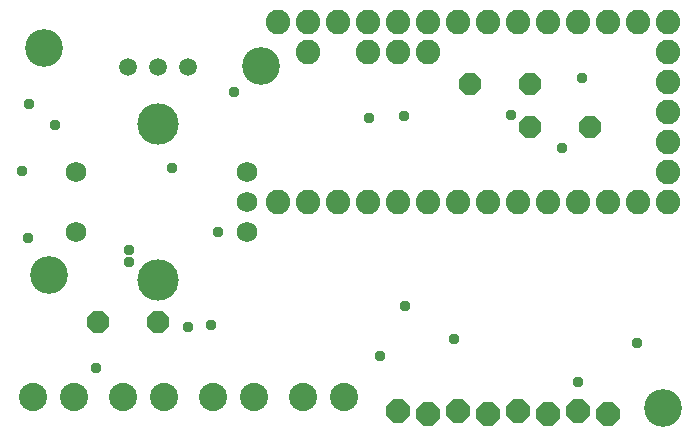
<source format=gbr>
G04 EAGLE Gerber RS-274X export*
G75*
%MOMM*%
%FSLAX34Y34*%
%LPD*%
%INSoldermask Bottom*%
%IPPOS*%
%AMOC8*
5,1,8,0,0,1.08239X$1,22.5*%
G01*
%ADD10C,3.203200*%
%ADD11C,2.082800*%
%ADD12C,1.727200*%
%ADD13C,3.505200*%
%ADD14P,2.144431X8X112.500000*%
%ADD15C,1.511200*%
%ADD16C,2.387600*%
%ADD17P,2.034460X8X22.500000*%
%ADD18C,0.959600*%


D10*
X43160Y346720D03*
X47110Y153900D03*
X567040Y41910D03*
X227290Y330870D03*
D11*
X571500Y368300D03*
X546100Y368300D03*
X520700Y368300D03*
X495300Y368300D03*
X469900Y368300D03*
X444500Y368300D03*
X419100Y368300D03*
X393700Y368300D03*
X368300Y368300D03*
X342900Y368300D03*
X317500Y368300D03*
X292100Y368300D03*
X266700Y368300D03*
X241300Y368300D03*
X571500Y215900D03*
X546100Y215900D03*
X520700Y215900D03*
X495300Y215900D03*
X469900Y215900D03*
X444500Y215900D03*
X419100Y215900D03*
X393700Y215900D03*
X368300Y215900D03*
X342900Y215900D03*
X317500Y215900D03*
X292100Y215900D03*
X266700Y215900D03*
X241300Y215900D03*
X571500Y342900D03*
X571500Y317500D03*
X571500Y292100D03*
X571500Y266700D03*
X571500Y241300D03*
X368300Y342900D03*
X342900Y342900D03*
X317500Y342900D03*
X266700Y342900D03*
D12*
X214630Y215900D03*
X69850Y241300D03*
D13*
X139700Y281940D03*
X139700Y149860D03*
D12*
X69850Y190500D03*
X214630Y241300D03*
X214630Y190500D03*
D14*
X342900Y39370D03*
X368300Y36830D03*
X393700Y39370D03*
X419100Y36830D03*
X444500Y39370D03*
X469900Y36830D03*
X495300Y39370D03*
X520700Y36830D03*
D15*
X114300Y330200D03*
X139700Y330200D03*
X165100Y330200D03*
D16*
X221200Y50800D03*
X186200Y50800D03*
X68800Y50800D03*
X33800Y50800D03*
X145000Y50800D03*
X110000Y50800D03*
X297400Y50800D03*
X262400Y50800D03*
D17*
X88900Y114300D03*
X139700Y114300D03*
X454280Y279320D03*
X505080Y279320D03*
X403750Y316040D03*
X454550Y316040D03*
D18*
X30510Y298860D03*
X52870Y281340D03*
X24770Y242050D03*
X29300Y185540D03*
X87010Y75850D03*
X184590Y111510D03*
X151360Y244770D03*
X348630Y127990D03*
X390020Y99720D03*
X545310Y96700D03*
X438360Y289800D03*
X481560Y261700D03*
X318720Y287080D03*
X204260Y309280D03*
X347610Y289250D03*
X498680Y320600D03*
X495300Y63500D03*
X115000Y165000D03*
X115000Y175000D03*
X327320Y85770D03*
X165000Y110000D03*
X190500Y190500D03*
M02*

</source>
